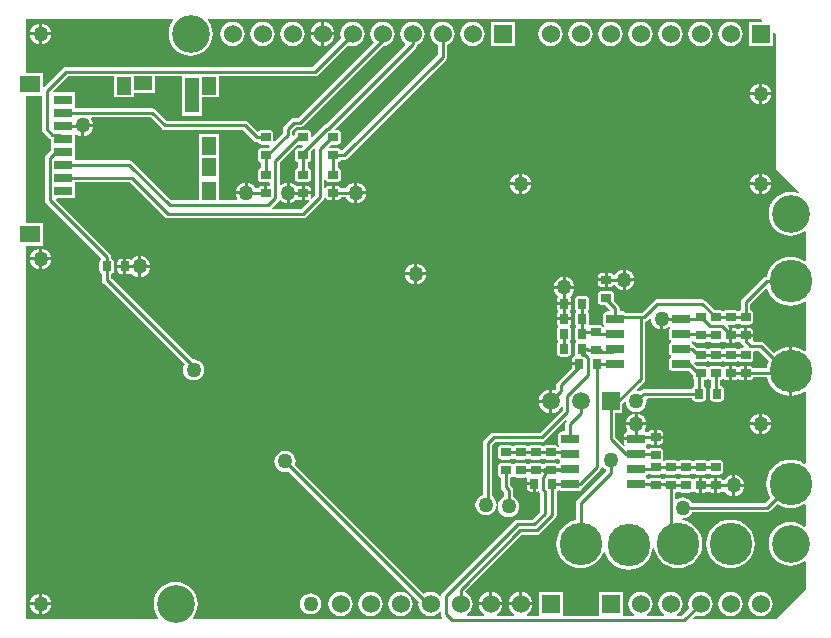
<source format=gtl>
%FSLAX44Y44*%
%MOMM*%
G71*
G01*
G75*
G04 Layer_Physical_Order=1*
G04 Layer_Color=255*
G04:AMPARAMS|DCode=10|XSize=0.7112mm|YSize=0.8128mm|CornerRadius=0.0711mm|HoleSize=0mm|Usage=FLASHONLY|Rotation=270.000|XOffset=0mm|YOffset=0mm|HoleType=Round|Shape=RoundedRectangle|*
%AMROUNDEDRECTD10*
21,1,0.7112,0.6706,0,0,270.0*
21,1,0.5690,0.8128,0,0,270.0*
1,1,0.1422,-0.3353,-0.2845*
1,1,0.1422,-0.3353,0.2845*
1,1,0.1422,0.3353,0.2845*
1,1,0.1422,0.3353,-0.2845*
%
%ADD10ROUNDEDRECTD10*%
G04:AMPARAMS|DCode=11|XSize=0.7112mm|YSize=0.8128mm|CornerRadius=0.0711mm|HoleSize=0mm|Usage=FLASHONLY|Rotation=180.000|XOffset=0mm|YOffset=0mm|HoleType=Round|Shape=RoundedRectangle|*
%AMROUNDEDRECTD11*
21,1,0.7112,0.6706,0,0,180.0*
21,1,0.5690,0.8128,0,0,180.0*
1,1,0.1422,-0.2845,0.3353*
1,1,0.1422,0.2845,0.3353*
1,1,0.1422,0.2845,-0.3353*
1,1,0.1422,-0.2845,-0.3353*
%
%ADD11ROUNDEDRECTD11*%
G04:AMPARAMS|DCode=12|XSize=0.75mm|YSize=1.5mm|CornerRadius=0.075mm|HoleSize=0mm|Usage=FLASHONLY|Rotation=90.000|XOffset=0mm|YOffset=0mm|HoleType=Round|Shape=RoundedRectangle|*
%AMROUNDEDRECTD12*
21,1,0.7500,1.3500,0,0,90.0*
21,1,0.6000,1.5000,0,0,90.0*
1,1,0.1500,0.6750,0.3000*
1,1,0.1500,0.6750,-0.3000*
1,1,0.1500,-0.6750,-0.3000*
1,1,0.1500,-0.6750,0.3000*
%
%ADD12ROUNDEDRECTD12*%
%ADD13R,1.2000X1.5000*%
%ADD14R,1.5000X1.2000*%
%ADD15R,1.5000X0.8000*%
%ADD16R,1.7000X1.4000*%
%ADD17R,1.2000X3.0000*%
%ADD18C,0.2540*%
%ADD19C,3.6000*%
%ADD20R,1.5000X1.5000*%
%ADD21C,1.5000*%
%ADD22C,1.5240*%
%ADD23R,1.5240X1.5240*%
%ADD24C,3.2000*%
%ADD25C,1.2700*%
G36*
X501660Y140980D02*
X503517Y139555D01*
X504115Y139307D01*
Y137499D01*
X479853Y113237D01*
X479011Y111977D01*
X478715Y110490D01*
Y96457D01*
X478573Y96443D01*
X474702Y95268D01*
X471133Y93361D01*
X468006Y90794D01*
X465439Y87667D01*
X463532Y84098D01*
X462357Y80226D01*
X461961Y76200D01*
X462357Y72174D01*
X463532Y68302D01*
X465439Y64733D01*
X468006Y61606D01*
X471133Y59039D01*
X474702Y57132D01*
X478573Y55957D01*
X482600Y55561D01*
X486627Y55957D01*
X490498Y57132D01*
X494067Y59039D01*
X497194Y61606D01*
X499761Y64733D01*
X501668Y68302D01*
X502062Y69599D01*
X503389D01*
X504168Y67032D01*
X506075Y63463D01*
X508642Y60336D01*
X511769Y57769D01*
X515337Y55862D01*
X519209Y54687D01*
X523236Y54291D01*
X527262Y54687D01*
X531134Y55862D01*
X534702Y57769D01*
X537830Y60336D01*
X540397Y63463D01*
X542304Y67032D01*
X543479Y70904D01*
X543617Y72312D01*
X544894D01*
X544907Y72174D01*
X546082Y68302D01*
X547989Y64733D01*
X550556Y61606D01*
X553683Y59039D01*
X557252Y57132D01*
X561124Y55957D01*
X565150Y55561D01*
X569176Y55957D01*
X573048Y57132D01*
X576617Y59039D01*
X579744Y61606D01*
X582311Y64733D01*
X584218Y68302D01*
X585393Y72174D01*
X585789Y76200D01*
X585393Y80226D01*
X584218Y84098D01*
X582311Y87667D01*
X579744Y90794D01*
X576617Y93361D01*
X573048Y95268D01*
X569176Y96443D01*
X568866Y96473D01*
X568960Y97713D01*
X571281Y98019D01*
X573443Y98915D01*
X575300Y100340D01*
X576725Y102197D01*
X576973Y102795D01*
X640080D01*
X641567Y103091D01*
X642827Y103933D01*
X648823Y109929D01*
X648933Y109839D01*
X652502Y107932D01*
X656374Y106757D01*
X660400Y106361D01*
X664426Y106757D01*
X668298Y107932D01*
X671867Y109839D01*
X671952Y109909D01*
X673100Y109366D01*
Y91247D01*
X671952Y90704D01*
X670750Y91690D01*
X667529Y93412D01*
X664035Y94472D01*
X660400Y94830D01*
X656766Y94472D01*
X653271Y93412D01*
X650050Y91690D01*
X647227Y89373D01*
X644910Y86550D01*
X643188Y83329D01*
X642128Y79834D01*
X641770Y76200D01*
X642128Y72565D01*
X643188Y69071D01*
X644910Y65850D01*
X647227Y63027D01*
X650050Y60710D01*
X653271Y58988D01*
X656766Y57928D01*
X660400Y57570D01*
X664035Y57928D01*
X667529Y58988D01*
X670750Y60710D01*
X671952Y61696D01*
X673100Y61153D01*
Y38100D01*
X647700Y12700D01*
X578653D01*
X578167Y13873D01*
X580308Y16015D01*
X581548Y15502D01*
X584200Y15152D01*
X586852Y15502D01*
X589324Y16525D01*
X591446Y18154D01*
X593075Y20276D01*
X594099Y22748D01*
X594448Y25400D01*
X594099Y28052D01*
X593075Y30524D01*
X591446Y32646D01*
X589324Y34275D01*
X586852Y35299D01*
X584200Y35648D01*
X581548Y35299D01*
X579076Y34275D01*
X576954Y32646D01*
X575325Y30524D01*
X574301Y28052D01*
X573952Y25400D01*
X574301Y22748D01*
X574815Y21509D01*
X568621Y15315D01*
X564642D01*
X563995Y16450D01*
X564001Y16585D01*
X566046Y18154D01*
X567675Y20276D01*
X568699Y22748D01*
X569048Y25400D01*
X568699Y28052D01*
X567675Y30524D01*
X566046Y32646D01*
X563924Y34275D01*
X561452Y35299D01*
X558800Y35648D01*
X556148Y35299D01*
X553676Y34275D01*
X551554Y32646D01*
X549925Y30524D01*
X548901Y28052D01*
X548552Y25400D01*
X548901Y22748D01*
X549925Y20276D01*
X551554Y18154D01*
X553599Y16585D01*
X553605Y16450D01*
X552958Y15315D01*
X539242D01*
X538595Y16450D01*
X538601Y16585D01*
X540646Y18154D01*
X542275Y20276D01*
X543298Y22748D01*
X543648Y25400D01*
X543298Y28052D01*
X542275Y30524D01*
X540646Y32646D01*
X538524Y34275D01*
X536052Y35299D01*
X533400Y35648D01*
X530748Y35299D01*
X528276Y34275D01*
X526154Y32646D01*
X524525Y30524D01*
X523502Y28052D01*
X523152Y25400D01*
X523502Y22748D01*
X524525Y20276D01*
X526154Y18154D01*
X528199Y16585D01*
X528205Y16450D01*
X527558Y15315D01*
X518160D01*
Y35560D01*
X497840D01*
Y15315D01*
X467360D01*
Y35560D01*
X447040D01*
Y15315D01*
X437642D01*
X436995Y16450D01*
X437001Y16585D01*
X439046Y18154D01*
X440675Y20276D01*
X441698Y22748D01*
X441880Y24130D01*
X421720D01*
X421902Y22748D01*
X422925Y20276D01*
X424554Y18154D01*
X426599Y16585D01*
X426605Y16450D01*
X425958Y15315D01*
X412242D01*
X411595Y16450D01*
X411601Y16585D01*
X413646Y18154D01*
X415275Y20276D01*
X416298Y22748D01*
X416480Y24130D01*
X396320D01*
X396502Y22748D01*
X397525Y20276D01*
X399154Y18154D01*
X401199Y16585D01*
X401205Y16450D01*
X400558Y15315D01*
X386842D01*
X386195Y16450D01*
X386201Y16585D01*
X388246Y18154D01*
X389875Y20276D01*
X390899Y22748D01*
X391248Y25400D01*
X390899Y28052D01*
X389875Y30524D01*
X388246Y32646D01*
X386124Y34275D01*
X385369Y34587D01*
X385189Y35961D01*
X432973Y83745D01*
X445334D01*
X446821Y84041D01*
X448081Y84883D01*
X461217Y98019D01*
X462059Y99279D01*
X462355Y100766D01*
Y120539D01*
X462583Y120585D01*
X463395Y121127D01*
X464588Y121628D01*
X465676Y120901D01*
X466960Y120646D01*
X480460D01*
X481744Y120901D01*
X482832Y121628D01*
X483559Y122716D01*
X483735Y123600D01*
X484712Y124253D01*
X499317Y138858D01*
X500159Y140118D01*
X500274Y140699D01*
X501632Y141015D01*
X501660Y140980D01*
D02*
G37*
G36*
X640839Y292175D02*
X641332Y290552D01*
X643239Y286983D01*
X645806Y283856D01*
X648933Y281289D01*
X652502Y279382D01*
X656374Y278207D01*
X660400Y277811D01*
X664426Y278207D01*
X668298Y279382D01*
X671867Y281289D01*
X671952Y281359D01*
X673100Y280816D01*
Y239884D01*
X671952Y239341D01*
X671867Y239411D01*
X668298Y241318D01*
X664426Y242493D01*
X661670Y242764D01*
Y222250D01*
Y201736D01*
X664426Y202007D01*
X668298Y203182D01*
X671867Y205089D01*
X671952Y205159D01*
X673100Y204616D01*
Y144634D01*
X671952Y144091D01*
X671867Y144161D01*
X668298Y146068D01*
X664426Y147243D01*
X660400Y147639D01*
X656374Y147243D01*
X652502Y146068D01*
X648933Y144161D01*
X645806Y141594D01*
X643239Y138467D01*
X641332Y134898D01*
X640157Y131026D01*
X639761Y127000D01*
X640157Y122973D01*
X641332Y119102D01*
X643239Y115533D01*
X643329Y115423D01*
X638471Y110565D01*
X576973D01*
X576725Y111163D01*
X575300Y113020D01*
X573443Y114445D01*
X571281Y115341D01*
X568960Y115647D01*
X566639Y115341D01*
X564477Y114445D01*
X563824Y113944D01*
X562685Y114506D01*
Y119676D01*
X563421Y119823D01*
X564344Y120439D01*
X564844Y120569D01*
X565456D01*
X565956Y120439D01*
X566879Y119823D01*
X568147Y119570D01*
X574853D01*
X576121Y119823D01*
X577044Y120439D01*
X577544Y120569D01*
X578156D01*
X578656Y120439D01*
X579579Y119823D01*
X580847Y119570D01*
X582930D01*
Y125730D01*
Y131890D01*
X580847D01*
X579579Y131637D01*
X578656Y131021D01*
X578156Y130892D01*
X577544D01*
X577044Y131021D01*
X576121Y131637D01*
X574853Y131890D01*
X568147D01*
X566879Y131637D01*
X565956Y131021D01*
X565456Y130892D01*
X564844D01*
X564344Y131021D01*
X563421Y131637D01*
X562153Y131890D01*
X555447D01*
X554179Y131637D01*
X553103Y130919D01*
X553080Y130885D01*
X551820D01*
X551797Y130919D01*
X550721Y131637D01*
X549453Y131890D01*
X542747D01*
X541479Y131637D01*
X540759Y131157D01*
X540247Y131206D01*
X539463Y131404D01*
X539304Y131486D01*
X538712Y132372D01*
X538391Y132586D01*
Y134114D01*
X538712Y134328D01*
X539304Y135214D01*
X539463Y135296D01*
X540247Y135494D01*
X540759Y135543D01*
X541479Y135063D01*
X542747Y134810D01*
X549453D01*
X550721Y135063D01*
X551644Y135679D01*
X552144Y135808D01*
X552756D01*
X553256Y135679D01*
X554179Y135063D01*
X555447Y134810D01*
X562153D01*
X563421Y135063D01*
X564344Y135679D01*
X564844Y135808D01*
X565456D01*
X565956Y135679D01*
X566879Y135063D01*
X568147Y134810D01*
X574853D01*
X576121Y135063D01*
X577044Y135679D01*
X577544Y135808D01*
X578156D01*
X578656Y135679D01*
X579579Y135063D01*
X580847Y134810D01*
X587553D01*
X588821Y135063D01*
X589744Y135679D01*
X590244Y135808D01*
X590856D01*
X591356Y135679D01*
X592279Y135063D01*
X593547Y134810D01*
X600253D01*
X601521Y135063D01*
X602597Y135781D01*
X603315Y136857D01*
X603568Y138125D01*
Y143815D01*
X603315Y145083D01*
X602597Y146159D01*
X601521Y146877D01*
X600253Y147130D01*
X593547D01*
X592279Y146877D01*
X591356Y146261D01*
X590856Y146131D01*
X590244D01*
X589744Y146261D01*
X588821Y146877D01*
X587553Y147130D01*
X580847D01*
X579579Y146877D01*
X578656Y146261D01*
X578156Y146131D01*
X577544D01*
X577044Y146261D01*
X576121Y146877D01*
X574853Y147130D01*
X568147D01*
X566879Y146877D01*
X565956Y146261D01*
X565456Y146131D01*
X564844D01*
X564344Y146261D01*
X563421Y146877D01*
X562153Y147130D01*
X555447D01*
X554179Y146877D01*
X553608Y146496D01*
X553410Y146590D01*
X552579Y147336D01*
X552768Y148285D01*
Y153975D01*
X552515Y155243D01*
X551797Y156319D01*
X550721Y157037D01*
X549453Y157290D01*
X542747D01*
X541479Y157037D01*
X540759Y156557D01*
X540247Y156606D01*
X539463Y156804D01*
X539304Y156886D01*
X538712Y157772D01*
X538391Y157986D01*
Y159514D01*
X538712Y159728D01*
X539279Y160577D01*
X539533Y160714D01*
X540247Y160894D01*
X540759Y160943D01*
X541479Y160463D01*
X542747Y160210D01*
X544830D01*
Y166370D01*
Y172530D01*
X542747D01*
X541479Y172277D01*
X540403Y171559D01*
X539934Y170856D01*
X539041Y170575D01*
X538425Y170663D01*
X537624Y171199D01*
X537370Y171250D01*
X536843Y172649D01*
X537355Y173317D01*
X538251Y175479D01*
X538390Y176530D01*
X520790D01*
X520929Y175479D01*
X521825Y173317D01*
X522337Y172649D01*
X521810Y171250D01*
X521556Y171199D01*
X520468Y170472D01*
X519741Y169384D01*
X519486Y168100D01*
Y166370D01*
X529590D01*
Y163830D01*
X519486D01*
Y162100D01*
X519741Y160816D01*
X520078Y160312D01*
X519091Y159502D01*
X511885Y166709D01*
Y186810D01*
X518040D01*
Y195046D01*
X519401Y196407D01*
X520742Y195952D01*
X520929Y194529D01*
X521825Y192367D01*
X523250Y190510D01*
X525107Y189085D01*
X527269Y188189D01*
X528966Y187966D01*
Y187880D01*
X530214D01*
Y187966D01*
X531911Y188189D01*
X534073Y189085D01*
X535930Y190510D01*
X537355Y192367D01*
X538251Y194529D01*
X538557Y196850D01*
X538399Y198045D01*
X539513Y199315D01*
X576876D01*
X577023Y198579D01*
X577741Y197503D01*
X578817Y196785D01*
X580085Y196532D01*
X585775D01*
X587043Y196785D01*
X588119Y197503D01*
X588837Y198579D01*
X589090Y199847D01*
Y206553D01*
X588837Y207821D01*
X588119Y208897D01*
X587043Y209615D01*
X586815Y209661D01*
Y214820D01*
X587553D01*
X588821Y215073D01*
X589744Y215689D01*
X590244Y215819D01*
X590856D01*
X591356Y215689D01*
X592279Y215073D01*
X593015Y214926D01*
Y208920D01*
X592981Y208897D01*
X592263Y207821D01*
X592010Y206553D01*
Y199847D01*
X592263Y198579D01*
X592981Y197503D01*
X594057Y196785D01*
X595325Y196532D01*
X601015D01*
X602283Y196785D01*
X603359Y197503D01*
X604077Y198579D01*
X604330Y199847D01*
Y206553D01*
X604077Y207821D01*
X603359Y208897D01*
X602283Y209615D01*
X601015Y209868D01*
X600785D01*
Y214926D01*
X601521Y215073D01*
X602444Y215689D01*
X602944Y215819D01*
X603556D01*
X604056Y215689D01*
X604979Y215073D01*
X606247Y214820D01*
X608330D01*
Y220980D01*
Y227140D01*
X606247D01*
X604979Y226887D01*
X604056Y226271D01*
X603556Y226141D01*
X602944D01*
X602444Y226271D01*
X601521Y226887D01*
X600253Y227140D01*
X593547D01*
X592279Y226887D01*
X591356Y226271D01*
X590856Y226141D01*
X590244D01*
X589744Y226271D01*
X588821Y226887D01*
X587553Y227140D01*
X580994D01*
X578878Y229256D01*
X579532Y230242D01*
X579627Y230303D01*
X580847Y230060D01*
X587553D01*
X588821Y230313D01*
X589744Y230929D01*
X590244Y231059D01*
X590856D01*
X591356Y230929D01*
X592279Y230313D01*
X593547Y230060D01*
X600253D01*
X601521Y230313D01*
X602444Y230929D01*
X602944Y231059D01*
X603556D01*
X604056Y230929D01*
X604979Y230313D01*
X606247Y230060D01*
X612953D01*
X614221Y230313D01*
X615144Y230929D01*
X615644Y231059D01*
X616256D01*
X616756Y230929D01*
X617679Y230313D01*
X618947Y230060D01*
X625653D01*
X626921Y230313D01*
X627997Y231031D01*
X628715Y232107D01*
X628968Y233375D01*
Y239065D01*
X629435Y239634D01*
X633713D01*
X641982Y231364D01*
X641332Y230148D01*
X640157Y226276D01*
X640018Y224865D01*
X628761D01*
X628715Y225093D01*
X627997Y226169D01*
X626921Y226887D01*
X625653Y227140D01*
X623570D01*
Y220980D01*
Y214820D01*
X625653D01*
X626921Y215073D01*
X627997Y215791D01*
X628715Y216867D01*
X628761Y217095D01*
X640499D01*
X641332Y214352D01*
X643239Y210783D01*
X645806Y207656D01*
X648933Y205089D01*
X652502Y203182D01*
X656374Y202007D01*
X659130Y201736D01*
Y222250D01*
Y242764D01*
X656374Y242493D01*
X652502Y241318D01*
X648933Y239411D01*
X646730Y237603D01*
X638068Y246265D01*
X636808Y247107D01*
X635322Y247403D01*
X629432D01*
X628722Y248606D01*
X628727Y248673D01*
X628968Y249885D01*
Y251460D01*
X622300D01*
Y252730D01*
X621030D01*
Y258890D01*
X618947D01*
X617679Y258637D01*
X616756Y258021D01*
X616256Y257892D01*
X615644D01*
X615144Y258021D01*
X614221Y258637D01*
X612953Y258890D01*
X610870D01*
Y252730D01*
Y246570D01*
X612953D01*
X614221Y246823D01*
X615144Y247439D01*
X615644Y247568D01*
X616256D01*
X616756Y247439D01*
X617679Y246823D01*
X618617Y246636D01*
X618711Y246163D01*
X619553Y244903D01*
X620903Y243553D01*
X620417Y242380D01*
X618947D01*
X617679Y242127D01*
X616756Y241511D01*
X616256Y241381D01*
X615644D01*
X615144Y241511D01*
X614221Y242127D01*
X612953Y242380D01*
X606247D01*
X604979Y242127D01*
X604056Y241511D01*
X603556Y241381D01*
X602944D01*
X602444Y241511D01*
X601521Y242127D01*
X600253Y242380D01*
X593547D01*
X592279Y242127D01*
X591356Y241511D01*
X590856Y241381D01*
X590244D01*
X589744Y241511D01*
X588821Y242127D01*
X587553Y242380D01*
X580994D01*
X579327Y244047D01*
X578067Y244889D01*
X577661Y244970D01*
X577539Y245584D01*
X576987Y246410D01*
X577072Y247574D01*
X577179Y247946D01*
X577761Y248307D01*
X578058Y248207D01*
X578503Y247541D01*
X579579Y246823D01*
X580847Y246570D01*
X587553D01*
X588821Y246823D01*
X589744Y247439D01*
X590244Y247568D01*
X590856D01*
X591356Y247439D01*
X592279Y246823D01*
X593547Y246570D01*
X600253D01*
X601521Y246823D01*
X602444Y247439D01*
X602944Y247568D01*
X603556D01*
X604056Y247439D01*
X604979Y246823D01*
X606247Y246570D01*
X608330D01*
Y252730D01*
Y259494D01*
X607283Y260540D01*
X607809Y261810D01*
X612953D01*
X614221Y262063D01*
X615144Y262679D01*
X615644Y262808D01*
X616256D01*
X616756Y262679D01*
X617679Y262063D01*
X618947Y261810D01*
X625653D01*
X626921Y262063D01*
X627997Y262781D01*
X628715Y263857D01*
X628968Y265125D01*
Y270815D01*
X628715Y272083D01*
X627997Y273159D01*
X626921Y273877D01*
X626185Y274024D01*
Y279061D01*
X639607Y292484D01*
X640839Y292175D01*
D02*
G37*
G36*
X244297Y414210D02*
X247146D01*
X247632Y413037D01*
X245884Y411290D01*
X244297D01*
X243029Y411037D01*
X241953Y410319D01*
X241235Y409243D01*
X240982Y407975D01*
Y402285D01*
X241235Y401017D01*
X241953Y399941D01*
X243029Y399223D01*
X243765Y399076D01*
Y394674D01*
X243029Y394527D01*
X241953Y393809D01*
X241235Y392733D01*
X240982Y391465D01*
Y385775D01*
X241235Y384507D01*
X241953Y383431D01*
X243029Y382713D01*
X244297Y382460D01*
X251003D01*
X252271Y382713D01*
X253347Y383431D01*
X254065Y384507D01*
X254318Y385775D01*
Y391465D01*
X254065Y392733D01*
X253347Y393809D01*
X252271Y394527D01*
X251535Y394674D01*
Y399076D01*
X252271Y399223D01*
X253347Y399941D01*
X254065Y401017D01*
X254318Y402285D01*
Y407975D01*
X254191Y408609D01*
X256601Y411019D01*
X257772Y410394D01*
X257735Y410210D01*
Y371179D01*
X255122Y368566D01*
X254136Y369220D01*
X254075Y369315D01*
X254318Y370535D01*
Y372110D01*
X248920D01*
Y367220D01*
X251003D01*
X252223Y367463D01*
X252318Y367402D01*
X252972Y366416D01*
X246041Y359485D01*
X221829D01*
X221708Y359644D01*
X221360Y360755D01*
X226648Y366043D01*
X227172Y366827D01*
X228519Y367026D01*
X228686Y366981D01*
X230467Y365615D01*
X232629Y364719D01*
X233680Y364580D01*
Y373380D01*
Y382179D01*
X232629Y382041D01*
X230467Y381145D01*
X229056Y380063D01*
X227786Y380641D01*
Y398823D01*
X243360Y414397D01*
X244297Y414210D01*
D02*
G37*
G36*
X128063Y427783D02*
X129323Y426941D01*
X129570Y426892D01*
X130810Y426645D01*
X196511D01*
X205533Y417623D01*
X206793Y416781D01*
X207040Y416732D01*
X208280Y416485D01*
X209439D01*
X209485Y416257D01*
X210203Y415181D01*
X211279Y414463D01*
X212547Y414210D01*
X218960D01*
X219400Y413508D01*
X219514Y412967D01*
X217836Y411290D01*
X212547D01*
X211279Y411037D01*
X210203Y410319D01*
X209485Y409243D01*
X209232Y407975D01*
Y402285D01*
X209485Y401017D01*
X210203Y399941D01*
X211279Y399223D01*
X212015Y399076D01*
Y394674D01*
X211279Y394527D01*
X210203Y393809D01*
X209485Y392733D01*
X209232Y391465D01*
Y385775D01*
X209485Y384507D01*
X210203Y383431D01*
X211279Y382713D01*
X212547Y382460D01*
X219253D01*
X220017Y381833D01*
Y380167D01*
X219253Y379540D01*
X217170D01*
Y373380D01*
X214630D01*
Y379540D01*
X212547D01*
X211279Y379287D01*
X210203Y378569D01*
X209485Y377493D01*
X209439Y377265D01*
X207403D01*
X207155Y377863D01*
X205730Y379720D01*
X203873Y381145D01*
X201711Y382041D01*
X200660Y382179D01*
Y373380D01*
X199390D01*
Y372110D01*
X190590D01*
X190729Y371059D01*
X191625Y368897D01*
X192126Y368244D01*
X191564Y367105D01*
X176890D01*
Y385160D01*
Y403160D01*
Y423240D01*
X159810D01*
Y403160D01*
Y385160D01*
Y367105D01*
X136229D01*
X103387Y399947D01*
X102127Y400789D01*
X100640Y401085D01*
X54390D01*
Y401660D01*
Y412660D01*
Y422765D01*
X55660Y423391D01*
X56477Y422765D01*
X58639Y421869D01*
X59690Y421730D01*
Y430530D01*
X60960D01*
Y431800D01*
X69759D01*
X69621Y432851D01*
X68725Y435013D01*
X67934Y436045D01*
X68560Y437315D01*
X118531D01*
X128063Y427783D01*
D02*
G37*
G36*
X636367Y519333D02*
X635881Y518160D01*
X624840D01*
Y497840D01*
X645160D01*
Y508881D01*
X646333Y509367D01*
X647700Y508000D01*
Y393700D01*
X667144Y374255D01*
X666471Y373133D01*
X664035Y373872D01*
X660400Y374230D01*
X656766Y373872D01*
X653271Y372812D01*
X650050Y371090D01*
X647227Y368773D01*
X644910Y365950D01*
X643188Y362729D01*
X642128Y359235D01*
X641770Y355600D01*
X642128Y351965D01*
X643188Y348471D01*
X644910Y345250D01*
X647227Y342427D01*
X650050Y340110D01*
X653271Y338388D01*
X656766Y337328D01*
X660400Y336970D01*
X664035Y337328D01*
X667529Y338388D01*
X670750Y340110D01*
X671952Y341096D01*
X673100Y340553D01*
Y316084D01*
X671952Y315541D01*
X671867Y315611D01*
X668298Y317518D01*
X664426Y318693D01*
X660400Y319089D01*
X656374Y318693D01*
X652502Y317518D01*
X648933Y315611D01*
X645806Y313044D01*
X643239Y309917D01*
X641332Y306348D01*
X640157Y302477D01*
X640143Y302335D01*
X640080D01*
X638840Y302088D01*
X638593Y302039D01*
X637333Y301197D01*
X619553Y283417D01*
X618711Y282157D01*
X618415Y280670D01*
Y274024D01*
X617679Y273877D01*
X616756Y273261D01*
X616256Y273132D01*
X615644D01*
X615144Y273261D01*
X614221Y273877D01*
X612953Y274130D01*
X606247D01*
X604979Y273877D01*
X604056Y273261D01*
X603556Y273132D01*
X602944D01*
X602444Y273261D01*
X601521Y273877D01*
X600253Y274130D01*
X596234D01*
X588217Y282147D01*
X586957Y282989D01*
X585470Y283285D01*
X547370D01*
X545883Y282989D01*
X544623Y282147D01*
X534331Y271855D01*
X521077D01*
X520932Y272072D01*
X519844Y272799D01*
X518560Y273055D01*
X515695D01*
Y275590D01*
X515399Y277077D01*
X514557Y278337D01*
X510858Y282036D01*
Y287325D01*
X510605Y288593D01*
X509887Y289669D01*
X508811Y290387D01*
X507543Y290640D01*
X500837D01*
X499569Y290387D01*
X498493Y289669D01*
X497775Y288593D01*
X497522Y287325D01*
Y281635D01*
X497775Y280367D01*
X498493Y279291D01*
X499569Y278573D01*
X500837Y278320D01*
X503586D01*
X507582Y274324D01*
X507096Y273055D01*
X505060D01*
X503776Y272799D01*
X502688Y272072D01*
X501961Y270984D01*
X501706Y269700D01*
Y263700D01*
X501961Y262416D01*
X502513Y261590D01*
X502428Y260426D01*
X502321Y260054D01*
X501739Y259692D01*
X501442Y259793D01*
X500997Y260459D01*
X499921Y261177D01*
X498653Y261430D01*
X491947D01*
X490706Y261183D01*
X490596Y261260D01*
X489860Y261996D01*
X489783Y262106D01*
X490030Y263347D01*
Y270053D01*
X489777Y271321D01*
X489161Y272244D01*
X489031Y272744D01*
Y273356D01*
X489161Y273856D01*
X489777Y274779D01*
X490030Y276047D01*
Y282753D01*
X489777Y284021D01*
X489059Y285097D01*
X487983Y285815D01*
X486715Y286068D01*
X481025D01*
X479757Y285815D01*
X478681Y285097D01*
X477963Y284021D01*
X477710Y282753D01*
Y276047D01*
X477963Y274779D01*
X478579Y273856D01*
X478708Y273356D01*
Y272744D01*
X478579Y272244D01*
X477963Y271321D01*
X477710Y270053D01*
Y263347D01*
X477963Y262079D01*
X478579Y261156D01*
X478708Y260656D01*
Y260044D01*
X478579Y259544D01*
X477963Y258621D01*
X477710Y257353D01*
Y250647D01*
X477963Y249379D01*
X478579Y248456D01*
X478708Y247956D01*
Y247344D01*
X478579Y246844D01*
X477963Y245921D01*
X477710Y244653D01*
Y237947D01*
X477963Y236679D01*
X478092Y236485D01*
X477508Y235073D01*
X477217Y235015D01*
X476141Y234297D01*
X475423Y233221D01*
X475170Y231953D01*
Y229870D01*
X481330D01*
Y227330D01*
X475170D01*
Y225394D01*
X463343Y213567D01*
X462501Y212307D01*
X462205Y210820D01*
Y207349D01*
X461000Y206143D01*
X459821Y206632D01*
X458470Y206809D01*
Y196850D01*
Y186891D01*
X459821Y187068D01*
X462263Y188080D01*
X464361Y189689D01*
X465970Y191787D01*
X466135Y192186D01*
X467405Y191933D01*
Y189689D01*
X447971Y170255D01*
X408940D01*
X407453Y169959D01*
X406193Y169117D01*
X401113Y164037D01*
X400271Y162777D01*
X399975Y161290D01*
Y117759D01*
X398107Y116985D01*
X396250Y115560D01*
X394825Y113703D01*
X393929Y111541D01*
X393623Y109220D01*
X393929Y106899D01*
X394825Y104737D01*
X396250Y102880D01*
X398107Y101455D01*
X400269Y100559D01*
X402590Y100253D01*
X404911Y100559D01*
X407073Y101455D01*
X408930Y102880D01*
X410355Y104737D01*
X411251Y106899D01*
X411557Y109220D01*
X411251Y111541D01*
X410355Y113703D01*
X408930Y115560D01*
X407745Y116470D01*
Y159681D01*
X410549Y162485D01*
X449580D01*
X451067Y162781D01*
X452327Y163623D01*
X469809Y181105D01*
X470795Y180295D01*
X470121Y179287D01*
X469825Y177800D01*
Y171455D01*
X466960D01*
X465676Y171199D01*
X464588Y170472D01*
X463861Y169384D01*
X463605Y168100D01*
Y162100D01*
X463861Y160816D01*
X464426Y159971D01*
X464343Y158812D01*
X464246Y158449D01*
X463639Y158071D01*
X463366Y158156D01*
X462897Y158859D01*
X461821Y159577D01*
X460553Y159830D01*
X453847D01*
X452579Y159577D01*
X451656Y158961D01*
X451156Y158832D01*
X450544D01*
X450044Y158961D01*
X449121Y159577D01*
X447853Y159830D01*
X441147D01*
X439879Y159577D01*
X438956Y158961D01*
X438456Y158832D01*
X437844D01*
X437344Y158961D01*
X436421Y159577D01*
X435153Y159830D01*
X428447D01*
X427179Y159577D01*
X426256Y158961D01*
X425756Y158832D01*
X425144D01*
X424644Y158961D01*
X423721Y159577D01*
X422453Y159830D01*
X415747D01*
X414479Y159577D01*
X413403Y158859D01*
X412685Y157783D01*
X412432Y156515D01*
Y150825D01*
X412685Y149557D01*
X413403Y148481D01*
X414479Y147763D01*
X415747Y147510D01*
X422453D01*
X423721Y147763D01*
X424644Y148379D01*
X425144Y148509D01*
X425756D01*
X426256Y148379D01*
X427179Y147763D01*
X428447Y147510D01*
X435153D01*
X436421Y147763D01*
X437344Y148379D01*
X437844Y148509D01*
X438456D01*
X438956Y148379D01*
X439879Y147763D01*
X441147Y147510D01*
X447853D01*
X449121Y147763D01*
X450044Y148379D01*
X450544Y148509D01*
X451156D01*
X451656Y148379D01*
X452579Y147763D01*
X453847Y147510D01*
X460553D01*
X461821Y147763D01*
X462541Y148243D01*
X463053Y148194D01*
X463767Y148014D01*
X464021Y147877D01*
X464588Y147028D01*
X464909Y146814D01*
Y145286D01*
X464588Y145072D01*
X463996Y144186D01*
X463837Y144104D01*
X463053Y143906D01*
X462541Y143857D01*
X461821Y144337D01*
X460553Y144590D01*
X453847D01*
X452579Y144337D01*
X451503Y143619D01*
X450216Y143590D01*
X450197Y143619D01*
X449121Y144337D01*
X447853Y144590D01*
X441147D01*
X439879Y144337D01*
X438956Y143721D01*
X438456Y143591D01*
X437844D01*
X437344Y143721D01*
X436421Y144337D01*
X435153Y144590D01*
X428447D01*
X427179Y144337D01*
X426256Y143721D01*
X425756Y143591D01*
X425144D01*
X424644Y143721D01*
X423721Y144337D01*
X422453Y144590D01*
X415747D01*
X414479Y144337D01*
X413403Y143619D01*
X412685Y142543D01*
X412432Y141275D01*
Y135585D01*
X412685Y134317D01*
X413403Y133241D01*
X414479Y132523D01*
X415215Y132376D01*
Y124460D01*
X415511Y122973D01*
X416353Y121713D01*
X417755Y120311D01*
Y115963D01*
X417157Y115715D01*
X415300Y114290D01*
X413875Y112433D01*
X412979Y110271D01*
X412673Y107950D01*
X412979Y105629D01*
X413875Y103467D01*
X415300Y101610D01*
X417157Y100185D01*
X419319Y99289D01*
X421640Y98983D01*
X423961Y99289D01*
X426123Y100185D01*
X427980Y101610D01*
X429405Y103467D01*
X430301Y105629D01*
X430607Y107950D01*
X430301Y110271D01*
X429405Y112433D01*
X427980Y114290D01*
X426123Y115715D01*
X425525Y115963D01*
Y121920D01*
X425229Y123407D01*
X424387Y124667D01*
X422985Y126069D01*
Y132376D01*
X423721Y132523D01*
X424644Y133139D01*
X425144Y133268D01*
X425756D01*
X426256Y133139D01*
X427179Y132523D01*
X428447Y132270D01*
X435153D01*
X436394Y132517D01*
X436504Y132440D01*
X437240Y131704D01*
X437317Y131594D01*
X437070Y130353D01*
Y128270D01*
X443230D01*
Y127000D01*
X444500D01*
Y120332D01*
X446075D01*
X447343Y120585D01*
X447506Y120331D01*
X447515Y120288D01*
X448235Y119210D01*
Y103209D01*
X441621Y96595D01*
X429260D01*
X427773Y96299D01*
X426513Y95457D01*
X365553Y34497D01*
X364711Y33237D01*
X364563Y32494D01*
X363206Y32178D01*
X362846Y32646D01*
X360724Y34275D01*
X358252Y35299D01*
X355600Y35648D01*
X352948Y35299D01*
X350476Y34275D01*
X350025Y33929D01*
X240823Y143131D01*
X241071Y143729D01*
X241377Y146050D01*
X241071Y148371D01*
X240175Y150533D01*
X238750Y152390D01*
X236893Y153815D01*
X234731Y154711D01*
X232410Y155017D01*
X230089Y154711D01*
X227927Y153815D01*
X226070Y152390D01*
X224645Y150533D01*
X223749Y148371D01*
X223443Y146050D01*
X223749Y143729D01*
X224645Y141567D01*
X226070Y139710D01*
X227927Y138285D01*
X230089Y137389D01*
X232410Y137083D01*
X234731Y137389D01*
X235329Y137637D01*
X345610Y27356D01*
X345352Y25400D01*
X345701Y22748D01*
X346725Y20276D01*
X348354Y18154D01*
X350476Y16525D01*
X352948Y15502D01*
X355600Y15152D01*
X358252Y15502D01*
X360724Y16525D01*
X362846Y18154D01*
X363213Y18632D01*
X364415Y18223D01*
Y16510D01*
X364711Y15023D01*
X365415Y13970D01*
X365032Y12700D01*
X154747D01*
X154204Y13848D01*
X155190Y15050D01*
X156912Y18271D01*
X157972Y21765D01*
X158330Y25400D01*
X157972Y29035D01*
X156912Y32529D01*
X155190Y35750D01*
X152873Y38573D01*
X150050Y40890D01*
X146829Y42612D01*
X143335Y43672D01*
X139700Y44030D01*
X136066Y43672D01*
X132571Y42612D01*
X129350Y40890D01*
X126527Y38573D01*
X124210Y35750D01*
X122488Y32529D01*
X121428Y29035D01*
X121070Y25400D01*
X121428Y21765D01*
X122488Y18271D01*
X124210Y15050D01*
X125196Y13848D01*
X124653Y12700D01*
X12700D01*
Y328660D01*
X27390D01*
Y347740D01*
X12700D01*
Y455660D01*
X26595D01*
Y427182D01*
X26891Y425695D01*
X27733Y424435D01*
X32525Y419643D01*
X33785Y418801D01*
X34032Y418752D01*
X34310Y418697D01*
Y412660D01*
Y409542D01*
X30293Y405525D01*
X29451Y404265D01*
X29155Y402778D01*
Y367390D01*
X29451Y365903D01*
X30293Y364643D01*
X76374Y318563D01*
X76212Y316928D01*
X76091Y316847D01*
X75373Y315771D01*
X75120Y314503D01*
Y307797D01*
X75373Y306529D01*
X76091Y305453D01*
X77167Y304735D01*
X77395Y304689D01*
Y299720D01*
X77691Y298233D01*
X78533Y296973D01*
X147317Y228189D01*
X147175Y228003D01*
X146279Y225841D01*
X145973Y223520D01*
X146279Y221199D01*
X147175Y219037D01*
X148600Y217180D01*
X150457Y215755D01*
X152619Y214859D01*
X154940Y214553D01*
X157261Y214859D01*
X159423Y215755D01*
X161280Y217180D01*
X162705Y219037D01*
X163601Y221199D01*
X163907Y223520D01*
X163601Y225841D01*
X162705Y228003D01*
X161280Y229860D01*
X159423Y231285D01*
X157261Y232181D01*
X154940Y232487D01*
X154115Y232378D01*
X85165Y301329D01*
Y304689D01*
X85393Y304735D01*
X86469Y305453D01*
X87187Y306529D01*
X87440Y307797D01*
Y314503D01*
X87187Y315771D01*
X86469Y316847D01*
X85393Y317565D01*
X85165Y317611D01*
Y319150D01*
X84869Y320637D01*
X84027Y321897D01*
X38437Y367487D01*
X38923Y368660D01*
X54390D01*
Y379660D01*
Y382315D01*
X101141D01*
X130603Y352853D01*
X131863Y352011D01*
X132110Y351962D01*
X133350Y351715D01*
X247650D01*
X249137Y352011D01*
X250397Y352853D01*
X264367Y366823D01*
X265209Y368083D01*
X265258Y368330D01*
X265394Y369012D01*
X266239Y369185D01*
X266715Y369146D01*
X267353Y368191D01*
X268429Y367473D01*
X269697Y367220D01*
X271780D01*
Y373380D01*
Y379540D01*
X269697D01*
X268429Y379287D01*
X267353Y378569D01*
X266775Y377703D01*
X265822Y377796D01*
X265505Y377914D01*
Y384086D01*
X265822Y384204D01*
X266775Y384297D01*
X267353Y383431D01*
X268429Y382713D01*
X269697Y382460D01*
X276403D01*
X277671Y382713D01*
X278747Y383431D01*
X279465Y384507D01*
X279718Y385775D01*
Y391465D01*
X279465Y392733D01*
X278747Y393809D01*
X277671Y394527D01*
X276935Y394674D01*
Y399076D01*
X277671Y399223D01*
X278747Y399941D01*
X279465Y401017D01*
X279511Y401245D01*
X282049D01*
X283536Y401541D01*
X284796Y402383D01*
X368507Y486094D01*
X369349Y487354D01*
X369645Y488841D01*
Y498612D01*
X370884Y499125D01*
X373006Y500754D01*
X374635Y502876D01*
X375658Y505348D01*
X376008Y508000D01*
X375658Y510652D01*
X374635Y513124D01*
X373006Y515246D01*
X370884Y516875D01*
X368412Y517898D01*
X365760Y518248D01*
X363108Y517898D01*
X360636Y516875D01*
X358514Y515246D01*
X356885Y513124D01*
X355862Y510652D01*
X355512Y508000D01*
X355862Y505348D01*
X356885Y502876D01*
X358514Y500754D01*
X360636Y499125D01*
X361875Y498612D01*
Y490450D01*
X280745Y409319D01*
X280284Y409292D01*
X279342Y409428D01*
X278747Y410319D01*
X277671Y411037D01*
X276403Y411290D01*
X269989D01*
X269550Y411992D01*
X269436Y412533D01*
X271114Y414210D01*
X276403D01*
X277671Y414463D01*
X278747Y415181D01*
X279465Y416257D01*
X279718Y417525D01*
Y423215D01*
X279465Y424483D01*
X278747Y425559D01*
X277671Y426277D01*
X276403Y426530D01*
X274933D01*
X274447Y427703D01*
X343107Y496363D01*
X343949Y497623D01*
X344137Y498567D01*
X345484Y499125D01*
X347606Y500754D01*
X349235Y502876D01*
X350258Y505348D01*
X350608Y508000D01*
X350258Y510652D01*
X349235Y513124D01*
X347606Y515246D01*
X345484Y516875D01*
X343012Y517898D01*
X340360Y518248D01*
X337708Y517898D01*
X335236Y516875D01*
X333114Y515246D01*
X331485Y513124D01*
X330462Y510652D01*
X330112Y508000D01*
X330462Y505348D01*
X331485Y502876D01*
X333114Y500754D01*
X334271Y499865D01*
X334355Y498598D01*
X267266Y431510D01*
X266584Y431374D01*
X266338Y431325D01*
X265078Y430483D01*
X255491Y420896D01*
X254318Y421382D01*
Y423215D01*
X254065Y424483D01*
X253347Y425559D01*
X252271Y426277D01*
X251003Y426530D01*
X244297D01*
X243029Y426277D01*
X241953Y425559D01*
X241235Y424483D01*
X240982Y423215D01*
Y423006D01*
X239688Y421711D01*
X238517Y422337D01*
X238581Y422656D01*
Y425583D01*
X241929Y428931D01*
X244856D01*
X246343Y429227D01*
X247603Y430069D01*
X315336Y497802D01*
X317612Y498102D01*
X320084Y499125D01*
X322206Y500754D01*
X323835Y502876D01*
X324859Y505348D01*
X325208Y508000D01*
X324859Y510652D01*
X323835Y513124D01*
X322206Y515246D01*
X320084Y516875D01*
X317612Y517898D01*
X314960Y518248D01*
X312308Y517898D01*
X309836Y516875D01*
X307714Y515246D01*
X306085Y513124D01*
X305061Y510652D01*
X304712Y508000D01*
X305061Y505348D01*
X306085Y502876D01*
X307534Y500988D01*
X243247Y436701D01*
X240320D01*
X239080Y436454D01*
X238834Y436405D01*
X237573Y435563D01*
X231949Y429939D01*
X231107Y428678D01*
X230811Y427192D01*
Y424265D01*
X223811Y417264D01*
X223270Y417378D01*
X222568Y417817D01*
Y423215D01*
X222315Y424483D01*
X221597Y425559D01*
X220521Y426277D01*
X219253Y426530D01*
X212547D01*
X211279Y426277D01*
X210203Y425559D01*
X210111Y425421D01*
X208847Y425297D01*
X200867Y433277D01*
X199607Y434119D01*
X198120Y434415D01*
X132419D01*
X122887Y443947D01*
X121627Y444789D01*
X120140Y445085D01*
X54390D01*
Y445660D01*
Y458740D01*
X36633D01*
X36147Y459913D01*
X48359Y472125D01*
X87810D01*
Y454160D01*
X104890D01*
Y457660D01*
X122390D01*
Y472125D01*
X144810D01*
Y438660D01*
X161890D01*
Y454160D01*
X176890D01*
Y472125D01*
X257570D01*
X259057Y472421D01*
X260317Y473263D01*
X285669Y498615D01*
X286908Y498102D01*
X289560Y497752D01*
X292212Y498102D01*
X294684Y499125D01*
X296806Y500754D01*
X298435Y502876D01*
X299459Y505348D01*
X299808Y508000D01*
X299459Y510652D01*
X298435Y513124D01*
X296806Y515246D01*
X294684Y516875D01*
X292212Y517898D01*
X289560Y518248D01*
X286908Y517898D01*
X284436Y516875D01*
X282314Y515246D01*
X280685Y513124D01*
X279662Y510652D01*
X279312Y508000D01*
X279662Y505348D01*
X280175Y504109D01*
X255961Y479895D01*
X46750D01*
X45263Y479599D01*
X44003Y478757D01*
X28660Y463414D01*
X27390Y463940D01*
Y474740D01*
X12700D01*
Y520700D01*
X137353D01*
X137896Y519552D01*
X136910Y518350D01*
X135188Y515129D01*
X134128Y511634D01*
X133770Y508000D01*
X134128Y504366D01*
X135188Y500871D01*
X136910Y497650D01*
X139227Y494827D01*
X142050Y492510D01*
X145271Y490788D01*
X148765Y489728D01*
X152400Y489370D01*
X156034Y489728D01*
X159529Y490788D01*
X162750Y492510D01*
X165573Y494827D01*
X167890Y497650D01*
X169612Y500871D01*
X170672Y504366D01*
X171030Y508000D01*
X170672Y511634D01*
X169612Y515129D01*
X167890Y518350D01*
X166904Y519552D01*
X167447Y520700D01*
X635000D01*
X636367Y519333D01*
D02*
G37*
G36*
X542252Y266992D02*
X542213Y266700D01*
X542519Y264379D01*
X543415Y262217D01*
X544840Y260360D01*
X546697Y258935D01*
X548859Y258039D01*
X549910Y257901D01*
Y266700D01*
X552450D01*
Y257901D01*
X553501Y258039D01*
X555663Y258935D01*
X557520Y260360D01*
X557619Y260488D01*
X557850Y260409D01*
X557992Y260204D01*
X558270Y258926D01*
X557841Y258284D01*
X557585Y257000D01*
Y251000D01*
X557841Y249716D01*
X558568Y248628D01*
X558889Y248414D01*
Y246886D01*
X558568Y246672D01*
X557841Y245584D01*
X557585Y244300D01*
Y238300D01*
X557841Y237016D01*
X558568Y235928D01*
X558889Y235714D01*
Y234186D01*
X558568Y233972D01*
X557841Y232884D01*
X557585Y231600D01*
Y225600D01*
X557841Y224316D01*
X558568Y223228D01*
X559656Y222501D01*
X560940Y222246D01*
X574440D01*
X574824Y222322D01*
X577532Y219614D01*
Y218135D01*
X577785Y216867D01*
X578503Y215791D01*
X579045Y215429D01*
Y209661D01*
X578817Y209615D01*
X577741Y208897D01*
X577023Y207821D01*
X576876Y207085D01*
X535940D01*
X534700Y206838D01*
X534453Y206789D01*
X533193Y205947D01*
X532509Y205263D01*
X531911Y205511D01*
X530488Y205698D01*
X530033Y207039D01*
X536147Y213153D01*
X536989Y214413D01*
X537285Y215900D01*
Y264353D01*
X537427Y264381D01*
X538687Y265223D01*
X541049Y267585D01*
X542252Y266992D01*
D02*
G37*
%LPC*%
G36*
X118020Y309880D02*
X110490D01*
Y302351D01*
X111541Y302489D01*
X113703Y303385D01*
X115560Y304810D01*
X116985Y306667D01*
X117881Y308829D01*
X118020Y309880D01*
D02*
G37*
G36*
X455930Y195580D02*
X447241D01*
X447418Y194229D01*
X448430Y191787D01*
X450039Y189689D01*
X452137Y188080D01*
X454579Y187068D01*
X455930Y186891D01*
Y195580D01*
D02*
G37*
G36*
Y206809D02*
X454579Y206632D01*
X452137Y205620D01*
X450039Y204011D01*
X448430Y201913D01*
X447418Y199471D01*
X447241Y198120D01*
X455930D01*
Y206809D01*
D02*
G37*
G36*
X502920Y305880D02*
X500837D01*
X499569Y305627D01*
X498493Y304909D01*
X497775Y303833D01*
X497522Y302565D01*
Y300990D01*
X502920D01*
Y305880D01*
D02*
G37*
G36*
X520700Y308519D02*
Y300990D01*
X528229D01*
X528091Y302041D01*
X527195Y304203D01*
X525770Y306060D01*
X523913Y307485D01*
X521751Y308381D01*
X520700Y308519D01*
D02*
G37*
G36*
X528320Y186600D02*
X527269Y186461D01*
X525107Y185565D01*
X523250Y184140D01*
X521825Y182283D01*
X520929Y180121D01*
X520790Y179070D01*
X528320D01*
Y186600D01*
D02*
G37*
G36*
X518160Y308519D02*
X517109Y308381D01*
X514947Y307485D01*
X513090Y306060D01*
X511721Y304276D01*
X511697Y304267D01*
X511323Y304219D01*
X510316Y304266D01*
X509887Y304909D01*
X508811Y305627D01*
X507543Y305880D01*
X505460D01*
Y299720D01*
Y293560D01*
X507543D01*
X508811Y293813D01*
X509887Y294531D01*
X510316Y295174D01*
X511323Y295221D01*
X511697Y295173D01*
X511721Y295164D01*
X513090Y293380D01*
X514947Y291955D01*
X517109Y291059D01*
X518160Y290921D01*
Y299720D01*
Y308519D01*
D02*
G37*
G36*
X530860Y186600D02*
Y179070D01*
X538390D01*
X538251Y180121D01*
X537355Y182283D01*
X535930Y184140D01*
X534073Y185565D01*
X531911Y186461D01*
X530860Y186600D01*
D02*
G37*
G36*
X636270D02*
Y179070D01*
X643800D01*
X643661Y180121D01*
X642765Y182283D01*
X641340Y184140D01*
X639483Y185565D01*
X637321Y186461D01*
X636270Y186600D01*
D02*
G37*
G36*
X633730D02*
X632679Y186461D01*
X630517Y185565D01*
X628660Y184140D01*
X627235Y182283D01*
X626339Y180121D01*
X626200Y179070D01*
X633730D01*
Y186600D01*
D02*
G37*
G36*
X621030Y227140D02*
X618947D01*
X617679Y226887D01*
X616756Y226271D01*
X616256Y226141D01*
X615644D01*
X615144Y226271D01*
X614221Y226887D01*
X612953Y227140D01*
X610870D01*
Y220980D01*
Y214820D01*
X612953D01*
X614221Y215073D01*
X615144Y215689D01*
X615644Y215819D01*
X616256D01*
X616756Y215689D01*
X617679Y215073D01*
X618947Y214820D01*
X621030D01*
Y220980D01*
Y227140D01*
D02*
G37*
G36*
X528229Y298450D02*
X520700D01*
Y290921D01*
X521751Y291059D01*
X523913Y291955D01*
X525770Y293380D01*
X527195Y295237D01*
X528091Y297399D01*
X528229Y298450D01*
D02*
G37*
G36*
X477430Y292100D02*
X459831D01*
X459969Y291049D01*
X460865Y288887D01*
X462290Y287030D01*
X463108Y286402D01*
X463441Y285097D01*
X463262Y284829D01*
X462723Y284021D01*
X462470Y282753D01*
Y280670D01*
X474790D01*
Y282753D01*
X474537Y284021D01*
X473997Y284829D01*
X473819Y285097D01*
X474152Y286402D01*
X474970Y287030D01*
X476395Y288887D01*
X477291Y291049D01*
X477430Y292100D01*
D02*
G37*
G36*
X502920Y298450D02*
X497522D01*
Y296875D01*
X497775Y295607D01*
X498493Y294531D01*
X499569Y293813D01*
X500837Y293560D01*
X502920D01*
Y298450D01*
D02*
G37*
G36*
X469900Y302169D02*
Y294640D01*
X477430D01*
X477291Y295691D01*
X476395Y297853D01*
X474970Y299710D01*
X473113Y301135D01*
X470951Y302031D01*
X469900Y302169D01*
D02*
G37*
G36*
X467360D02*
X466309Y302031D01*
X464147Y301135D01*
X462290Y299710D01*
X460865Y297853D01*
X459969Y295691D01*
X459831Y294640D01*
X467360D01*
Y302169D01*
D02*
G37*
G36*
X625653Y258890D02*
X623570D01*
Y254000D01*
X628968D01*
Y255575D01*
X628715Y256843D01*
X627997Y257919D01*
X626921Y258637D01*
X625653Y258890D01*
D02*
G37*
G36*
X474790Y265430D02*
X462470D01*
Y263347D01*
X462723Y262079D01*
X463339Y261156D01*
X463469Y260656D01*
Y260044D01*
X463339Y259544D01*
X462723Y258621D01*
X462470Y257353D01*
Y250647D01*
X462723Y249379D01*
X463339Y248456D01*
X463469Y247956D01*
Y247344D01*
X463339Y246844D01*
X462723Y245921D01*
X462470Y244653D01*
Y237947D01*
X462723Y236679D01*
X463441Y235603D01*
X464517Y234885D01*
X465785Y234632D01*
X471475D01*
X472743Y234885D01*
X473819Y235603D01*
X474537Y236679D01*
X474790Y237947D01*
Y244653D01*
X474537Y245921D01*
X473921Y246844D01*
X473792Y247344D01*
Y247956D01*
X473921Y248456D01*
X474537Y249379D01*
X474790Y250647D01*
Y257353D01*
X474537Y258621D01*
X473921Y259544D01*
X473792Y260044D01*
Y260656D01*
X473921Y261156D01*
X474537Y262079D01*
X474790Y263347D01*
Y265430D01*
D02*
G37*
G36*
X351699Y303530D02*
X344170D01*
Y296000D01*
X345221Y296139D01*
X347383Y297035D01*
X349240Y298460D01*
X350665Y300317D01*
X351561Y302479D01*
X351699Y303530D01*
D02*
G37*
G36*
X341630D02*
X334100D01*
X334239Y302479D01*
X335135Y300317D01*
X336560Y298460D01*
X338417Y297035D01*
X340579Y296139D01*
X341630Y296000D01*
Y303530D01*
D02*
G37*
G36*
X474790Y278130D02*
X462470D01*
Y276047D01*
X462723Y274779D01*
X463339Y273856D01*
X463469Y273356D01*
Y272744D01*
X463339Y272244D01*
X462723Y271321D01*
X462470Y270053D01*
Y267970D01*
X474790D01*
Y270053D01*
X474537Y271321D01*
X473921Y272244D01*
X473792Y272744D01*
Y273356D01*
X473921Y273856D01*
X474537Y274779D01*
X474790Y276047D01*
Y278130D01*
D02*
G37*
G36*
X24130Y34200D02*
X23079Y34061D01*
X20917Y33165D01*
X19060Y31740D01*
X17635Y29883D01*
X16739Y27721D01*
X16601Y26670D01*
X24130D01*
Y34200D01*
D02*
G37*
G36*
X34200Y24130D02*
X26670D01*
Y16601D01*
X27721Y16739D01*
X29883Y17635D01*
X31740Y19060D01*
X33165Y20917D01*
X34061Y23079D01*
X34200Y24130D01*
D02*
G37*
G36*
X24130D02*
X16601D01*
X16739Y23079D01*
X17635Y20917D01*
X19060Y19060D01*
X20917Y17635D01*
X23079Y16739D01*
X24130Y16601D01*
Y24130D01*
D02*
G37*
G36*
X407670Y35480D02*
Y26670D01*
X416480D01*
X416298Y28052D01*
X415275Y30524D01*
X413646Y32646D01*
X411524Y34275D01*
X409052Y35299D01*
X407670Y35480D01*
D02*
G37*
G36*
X405130D02*
X403748Y35299D01*
X401276Y34275D01*
X399154Y32646D01*
X397525Y30524D01*
X396502Y28052D01*
X396320Y26670D01*
X405130D01*
Y35480D01*
D02*
G37*
G36*
X26670Y34200D02*
Y26670D01*
X34200D01*
X34061Y27721D01*
X33165Y29883D01*
X31740Y31740D01*
X29883Y33165D01*
X27721Y34061D01*
X26670Y34200D01*
D02*
G37*
G36*
X330200Y35648D02*
X327548Y35299D01*
X325076Y34275D01*
X322954Y32646D01*
X321325Y30524D01*
X320302Y28052D01*
X319952Y25400D01*
X320302Y22748D01*
X321325Y20276D01*
X322954Y18154D01*
X325076Y16525D01*
X327548Y15502D01*
X330200Y15152D01*
X332852Y15502D01*
X335324Y16525D01*
X337446Y18154D01*
X339075Y20276D01*
X340098Y22748D01*
X340448Y25400D01*
X340098Y28052D01*
X339075Y30524D01*
X337446Y32646D01*
X335324Y34275D01*
X332852Y35299D01*
X330200Y35648D01*
D02*
G37*
G36*
X304800D02*
X302148Y35299D01*
X299676Y34275D01*
X297554Y32646D01*
X295925Y30524D01*
X294902Y28052D01*
X294552Y25400D01*
X294902Y22748D01*
X295925Y20276D01*
X297554Y18154D01*
X299676Y16525D01*
X302148Y15502D01*
X304800Y15152D01*
X307452Y15502D01*
X309924Y16525D01*
X312046Y18154D01*
X313675Y20276D01*
X314699Y22748D01*
X315048Y25400D01*
X314699Y28052D01*
X313675Y30524D01*
X312046Y32646D01*
X309924Y34275D01*
X307452Y35299D01*
X304800Y35648D01*
D02*
G37*
G36*
X279400D02*
X276748Y35299D01*
X274276Y34275D01*
X272154Y32646D01*
X270525Y30524D01*
X269501Y28052D01*
X269152Y25400D01*
X269501Y22748D01*
X270525Y20276D01*
X272154Y18154D01*
X274276Y16525D01*
X276748Y15502D01*
X279400Y15152D01*
X282052Y15502D01*
X284524Y16525D01*
X286646Y18154D01*
X288275Y20276D01*
X289298Y22748D01*
X289648Y25400D01*
X289298Y28052D01*
X288275Y30524D01*
X286646Y32646D01*
X284524Y34275D01*
X282052Y35299D01*
X279400Y35648D01*
D02*
G37*
G36*
X254000Y34367D02*
X251679Y34061D01*
X249517Y33165D01*
X247660Y31740D01*
X246235Y29883D01*
X245339Y27721D01*
X245033Y25400D01*
X245339Y23079D01*
X246235Y20917D01*
X247660Y19060D01*
X249517Y17635D01*
X251679Y16739D01*
X254000Y16433D01*
X256321Y16739D01*
X258483Y17635D01*
X260340Y19060D01*
X261765Y20917D01*
X262661Y23079D01*
X262967Y25400D01*
X262661Y27721D01*
X261765Y29883D01*
X260340Y31740D01*
X258483Y33165D01*
X256321Y34061D01*
X254000Y34367D01*
D02*
G37*
G36*
X635000Y35648D02*
X632348Y35299D01*
X629876Y34275D01*
X627754Y32646D01*
X626125Y30524D01*
X625102Y28052D01*
X624752Y25400D01*
X625102Y22748D01*
X626125Y20276D01*
X627754Y18154D01*
X629876Y16525D01*
X632348Y15502D01*
X635000Y15152D01*
X637652Y15502D01*
X640124Y16525D01*
X642246Y18154D01*
X643875Y20276D01*
X644899Y22748D01*
X645248Y25400D01*
X644899Y28052D01*
X643875Y30524D01*
X642246Y32646D01*
X640124Y34275D01*
X637652Y35299D01*
X635000Y35648D01*
D02*
G37*
G36*
X609600D02*
X606948Y35299D01*
X604476Y34275D01*
X602354Y32646D01*
X600725Y30524D01*
X599701Y28052D01*
X599352Y25400D01*
X599701Y22748D01*
X600725Y20276D01*
X602354Y18154D01*
X604476Y16525D01*
X606948Y15502D01*
X609600Y15152D01*
X612252Y15502D01*
X614724Y16525D01*
X616846Y18154D01*
X618475Y20276D01*
X619498Y22748D01*
X619848Y25400D01*
X619498Y28052D01*
X618475Y30524D01*
X616846Y32646D01*
X614724Y34275D01*
X612252Y35299D01*
X609600Y35648D01*
D02*
G37*
G36*
X552768Y165100D02*
X547370D01*
Y160210D01*
X549453D01*
X550721Y160463D01*
X551797Y161181D01*
X552515Y162257D01*
X552768Y163525D01*
Y165100D01*
D02*
G37*
G36*
X595630Y131890D02*
X593547D01*
X592279Y131637D01*
X591356Y131021D01*
X590856Y130892D01*
X590244D01*
X589744Y131021D01*
X588821Y131637D01*
X587553Y131890D01*
X585470D01*
Y125730D01*
Y119570D01*
X587553D01*
X588821Y119823D01*
X589744Y120439D01*
X590244Y120569D01*
X590856D01*
X591356Y120439D01*
X592279Y119823D01*
X593547Y119570D01*
X595630D01*
Y125730D01*
Y131890D01*
D02*
G37*
G36*
X610870Y134529D02*
X609819Y134391D01*
X607657Y133495D01*
X605800Y132070D01*
X604431Y130286D01*
X604407Y130277D01*
X604033Y130229D01*
X603026Y130276D01*
X602597Y130919D01*
X601521Y131637D01*
X600253Y131890D01*
X598170D01*
Y125730D01*
Y119570D01*
X600253D01*
X601521Y119823D01*
X602597Y120541D01*
X603026Y121184D01*
X604033Y121231D01*
X604407Y121183D01*
X604431Y121174D01*
X605800Y119390D01*
X607657Y117965D01*
X609819Y117069D01*
X610870Y116931D01*
Y125730D01*
Y134529D01*
D02*
G37*
G36*
X643800Y176530D02*
X636270D01*
Y169000D01*
X637321Y169139D01*
X639483Y170035D01*
X641340Y171460D01*
X642765Y173317D01*
X643661Y175479D01*
X643800Y176530D01*
D02*
G37*
G36*
X633730D02*
X626200D01*
X626339Y175479D01*
X627235Y173317D01*
X628660Y171460D01*
X630517Y170035D01*
X632679Y169139D01*
X633730Y169000D01*
Y176530D01*
D02*
G37*
G36*
X549453Y172530D02*
X547370D01*
Y167640D01*
X552768D01*
Y169215D01*
X552515Y170483D01*
X551797Y171559D01*
X550721Y172277D01*
X549453Y172530D01*
D02*
G37*
G36*
X609600Y96839D02*
X605574Y96443D01*
X601702Y95268D01*
X598133Y93361D01*
X595006Y90794D01*
X592439Y87667D01*
X590532Y84098D01*
X589357Y80226D01*
X588961Y76200D01*
X589357Y72174D01*
X590532Y68302D01*
X592439Y64733D01*
X595006Y61606D01*
X598133Y59039D01*
X601702Y57132D01*
X605574Y55957D01*
X609600Y55561D01*
X613627Y55957D01*
X617498Y57132D01*
X621067Y59039D01*
X624194Y61606D01*
X626761Y64733D01*
X628668Y68302D01*
X629843Y72174D01*
X630239Y76200D01*
X629843Y80226D01*
X628668Y84098D01*
X626761Y87667D01*
X624194Y90794D01*
X621067Y93361D01*
X617498Y95268D01*
X613627Y96443D01*
X609600Y96839D01*
D02*
G37*
G36*
X433070Y35480D02*
Y26670D01*
X441880D01*
X441698Y28052D01*
X440675Y30524D01*
X439046Y32646D01*
X436924Y34275D01*
X434452Y35299D01*
X433070Y35480D01*
D02*
G37*
G36*
X430530D02*
X429148Y35299D01*
X426676Y34275D01*
X424554Y32646D01*
X422925Y30524D01*
X421902Y28052D01*
X421720Y26670D01*
X430530D01*
Y35480D01*
D02*
G37*
G36*
X613410Y134529D02*
Y127000D01*
X620939D01*
X620801Y128051D01*
X619905Y130213D01*
X618480Y132070D01*
X616623Y133495D01*
X614461Y134391D01*
X613410Y134529D01*
D02*
G37*
G36*
X441960Y125730D02*
X437070D01*
Y123647D01*
X437323Y122379D01*
X438041Y121303D01*
X439117Y120585D01*
X440385Y120332D01*
X441960D01*
Y125730D01*
D02*
G37*
G36*
X620939Y124460D02*
X613410D01*
Y116931D01*
X614461Y117069D01*
X616623Y117965D01*
X618480Y119390D01*
X619905Y121247D01*
X620801Y123409D01*
X620939Y124460D01*
D02*
G37*
G36*
X95250Y309880D02*
X90360D01*
Y307797D01*
X90613Y306529D01*
X91331Y305453D01*
X92407Y304735D01*
X93675Y304482D01*
X95250D01*
Y309880D01*
D02*
G37*
G36*
X457200Y518248D02*
X454548Y517898D01*
X452076Y516875D01*
X449954Y515246D01*
X448325Y513124D01*
X447301Y510652D01*
X446952Y508000D01*
X447301Y505348D01*
X448325Y502876D01*
X449954Y500754D01*
X452076Y499125D01*
X454548Y498102D01*
X457200Y497752D01*
X459852Y498102D01*
X462324Y499125D01*
X464446Y500754D01*
X466075Y502876D01*
X467099Y505348D01*
X467448Y508000D01*
X467099Y510652D01*
X466075Y513124D01*
X464446Y515246D01*
X462324Y516875D01*
X459852Y517898D01*
X457200Y518248D01*
D02*
G37*
G36*
X391160D02*
X388508Y517898D01*
X386036Y516875D01*
X383914Y515246D01*
X382285Y513124D01*
X381261Y510652D01*
X380912Y508000D01*
X381261Y505348D01*
X382285Y502876D01*
X383914Y500754D01*
X386036Y499125D01*
X388508Y498102D01*
X391160Y497752D01*
X393812Y498102D01*
X396284Y499125D01*
X398406Y500754D01*
X400035Y502876D01*
X401059Y505348D01*
X401408Y508000D01*
X401059Y510652D01*
X400035Y513124D01*
X398406Y515246D01*
X396284Y516875D01*
X393812Y517898D01*
X391160Y518248D01*
D02*
G37*
G36*
X238760D02*
X236108Y517898D01*
X233636Y516875D01*
X231514Y515246D01*
X229885Y513124D01*
X228862Y510652D01*
X228512Y508000D01*
X228862Y505348D01*
X229885Y502876D01*
X231514Y500754D01*
X233636Y499125D01*
X236108Y498102D01*
X238760Y497752D01*
X241412Y498102D01*
X243884Y499125D01*
X246006Y500754D01*
X247635Y502876D01*
X248659Y505348D01*
X249008Y508000D01*
X248659Y510652D01*
X247635Y513124D01*
X246006Y515246D01*
X243884Y516875D01*
X241412Y517898D01*
X238760Y518248D01*
D02*
G37*
G36*
X533400D02*
X530748Y517898D01*
X528276Y516875D01*
X526154Y515246D01*
X524525Y513124D01*
X523502Y510652D01*
X523152Y508000D01*
X523502Y505348D01*
X524525Y502876D01*
X526154Y500754D01*
X528276Y499125D01*
X530748Y498102D01*
X533400Y497752D01*
X536052Y498102D01*
X538524Y499125D01*
X540646Y500754D01*
X542275Y502876D01*
X543298Y505348D01*
X543648Y508000D01*
X543298Y510652D01*
X542275Y513124D01*
X540646Y515246D01*
X538524Y516875D01*
X536052Y517898D01*
X533400Y518248D01*
D02*
G37*
G36*
X508000D02*
X505348Y517898D01*
X502876Y516875D01*
X500754Y515246D01*
X499125Y513124D01*
X498102Y510652D01*
X497752Y508000D01*
X498102Y505348D01*
X499125Y502876D01*
X500754Y500754D01*
X502876Y499125D01*
X505348Y498102D01*
X508000Y497752D01*
X510652Y498102D01*
X513124Y499125D01*
X515246Y500754D01*
X516875Y502876D01*
X517898Y505348D01*
X518248Y508000D01*
X517898Y510652D01*
X516875Y513124D01*
X515246Y515246D01*
X513124Y516875D01*
X510652Y517898D01*
X508000Y518248D01*
D02*
G37*
G36*
X482600D02*
X479948Y517898D01*
X477476Y516875D01*
X475354Y515246D01*
X473725Y513124D01*
X472701Y510652D01*
X472352Y508000D01*
X472701Y505348D01*
X473725Y502876D01*
X475354Y500754D01*
X477476Y499125D01*
X479948Y498102D01*
X482600Y497752D01*
X485252Y498102D01*
X487724Y499125D01*
X489846Y500754D01*
X491475Y502876D01*
X492499Y505348D01*
X492848Y508000D01*
X492499Y510652D01*
X491475Y513124D01*
X489846Y515246D01*
X487724Y516875D01*
X485252Y517898D01*
X482600Y518248D01*
D02*
G37*
G36*
X633730Y465999D02*
X632679Y465861D01*
X630517Y464965D01*
X628660Y463540D01*
X627235Y461683D01*
X626339Y459521D01*
X626200Y458470D01*
X633730D01*
Y465999D01*
D02*
G37*
G36*
X643800Y455930D02*
X636270D01*
Y448400D01*
X637321Y448539D01*
X639483Y449435D01*
X641340Y450860D01*
X642765Y452717D01*
X643661Y454879D01*
X643800Y455930D01*
D02*
G37*
G36*
X633730D02*
X626200D01*
X626339Y454879D01*
X627235Y452717D01*
X628660Y450860D01*
X630517Y449435D01*
X632679Y448539D01*
X633730Y448400D01*
Y455930D01*
D02*
G37*
G36*
X213360Y518248D02*
X210708Y517898D01*
X208236Y516875D01*
X206114Y515246D01*
X204485Y513124D01*
X203461Y510652D01*
X203112Y508000D01*
X203461Y505348D01*
X204485Y502876D01*
X206114Y500754D01*
X208236Y499125D01*
X210708Y498102D01*
X213360Y497752D01*
X216012Y498102D01*
X218484Y499125D01*
X220606Y500754D01*
X222235Y502876D01*
X223258Y505348D01*
X223608Y508000D01*
X223258Y510652D01*
X222235Y513124D01*
X220606Y515246D01*
X218484Y516875D01*
X216012Y517898D01*
X213360Y518248D01*
D02*
G37*
G36*
X187960D02*
X185308Y517898D01*
X182836Y516875D01*
X180714Y515246D01*
X179085Y513124D01*
X178062Y510652D01*
X177712Y508000D01*
X178062Y505348D01*
X179085Y502876D01*
X180714Y500754D01*
X182836Y499125D01*
X185308Y498102D01*
X187960Y497752D01*
X190612Y498102D01*
X193084Y499125D01*
X195206Y500754D01*
X196835Y502876D01*
X197859Y505348D01*
X198208Y508000D01*
X197859Y510652D01*
X196835Y513124D01*
X195206Y515246D01*
X193084Y516875D01*
X190612Y517898D01*
X187960Y518248D01*
D02*
G37*
G36*
X636270Y465999D02*
Y458470D01*
X643800D01*
X643661Y459521D01*
X642765Y461683D01*
X641340Y463540D01*
X639483Y464965D01*
X637321Y465861D01*
X636270Y465999D01*
D02*
G37*
G36*
X24130Y516800D02*
X23079Y516661D01*
X20917Y515765D01*
X19060Y514340D01*
X17635Y512483D01*
X16739Y510321D01*
X16601Y509270D01*
X24130D01*
Y516800D01*
D02*
G37*
G36*
X34200Y506730D02*
X26670D01*
Y499201D01*
X27721Y499339D01*
X29883Y500235D01*
X31740Y501660D01*
X33165Y503517D01*
X34061Y505679D01*
X34200Y506730D01*
D02*
G37*
G36*
X24130D02*
X16601D01*
X16739Y505679D01*
X17635Y503517D01*
X19060Y501660D01*
X20917Y500235D01*
X23079Y499339D01*
X24130Y499201D01*
Y506730D01*
D02*
G37*
G36*
X265430Y518080D02*
Y509270D01*
X274240D01*
X274058Y510652D01*
X273035Y513124D01*
X271406Y515246D01*
X269284Y516875D01*
X266812Y517898D01*
X265430Y518080D01*
D02*
G37*
G36*
X262890D02*
X261508Y517898D01*
X259036Y516875D01*
X256914Y515246D01*
X255285Y513124D01*
X254261Y510652D01*
X254079Y509270D01*
X262890D01*
Y518080D01*
D02*
G37*
G36*
X26670Y516800D02*
Y509270D01*
X34200D01*
X34061Y510321D01*
X33165Y512483D01*
X31740Y514340D01*
X29883Y515765D01*
X27721Y516661D01*
X26670Y516800D01*
D02*
G37*
G36*
X609600Y518248D02*
X606948Y517898D01*
X604476Y516875D01*
X602354Y515246D01*
X600725Y513124D01*
X599701Y510652D01*
X599352Y508000D01*
X599701Y505348D01*
X600725Y502876D01*
X602354Y500754D01*
X604476Y499125D01*
X606948Y498102D01*
X609600Y497752D01*
X612252Y498102D01*
X614724Y499125D01*
X616846Y500754D01*
X618475Y502876D01*
X619498Y505348D01*
X619848Y508000D01*
X619498Y510652D01*
X618475Y513124D01*
X616846Y515246D01*
X614724Y516875D01*
X612252Y517898D01*
X609600Y518248D01*
D02*
G37*
G36*
X584200D02*
X581548Y517898D01*
X579076Y516875D01*
X576954Y515246D01*
X575325Y513124D01*
X574301Y510652D01*
X573952Y508000D01*
X574301Y505348D01*
X575325Y502876D01*
X576954Y500754D01*
X579076Y499125D01*
X581548Y498102D01*
X584200Y497752D01*
X586852Y498102D01*
X589324Y499125D01*
X591446Y500754D01*
X593075Y502876D01*
X594099Y505348D01*
X594448Y508000D01*
X594099Y510652D01*
X593075Y513124D01*
X591446Y515246D01*
X589324Y516875D01*
X586852Y517898D01*
X584200Y518248D01*
D02*
G37*
G36*
X558800D02*
X556148Y517898D01*
X553676Y516875D01*
X551554Y515246D01*
X549925Y513124D01*
X548901Y510652D01*
X548552Y508000D01*
X548901Y505348D01*
X549925Y502876D01*
X551554Y500754D01*
X553676Y499125D01*
X556148Y498102D01*
X558800Y497752D01*
X561452Y498102D01*
X563924Y499125D01*
X566046Y500754D01*
X567675Y502876D01*
X568699Y505348D01*
X569048Y508000D01*
X568699Y510652D01*
X567675Y513124D01*
X566046Y515246D01*
X563924Y516875D01*
X561452Y517898D01*
X558800Y518248D01*
D02*
G37*
G36*
X274240Y506730D02*
X265430D01*
Y497920D01*
X266812Y498102D01*
X269284Y499125D01*
X271406Y500754D01*
X273035Y502876D01*
X274058Y505348D01*
X274240Y506730D01*
D02*
G37*
G36*
X262890D02*
X254079D01*
X254261Y505348D01*
X255285Y502876D01*
X256914Y500754D01*
X259036Y499125D01*
X261508Y498102D01*
X262890Y497920D01*
Y506730D01*
D02*
G37*
G36*
X426720Y518160D02*
X406400D01*
Y497840D01*
X426720D01*
Y518160D01*
D02*
G37*
G36*
X26670Y326300D02*
Y318770D01*
X34200D01*
X34061Y319821D01*
X33165Y321983D01*
X31740Y323840D01*
X29883Y325265D01*
X27721Y326161D01*
X26670Y326300D01*
D02*
G37*
G36*
X24130D02*
X23079Y326161D01*
X20917Y325265D01*
X19060Y323840D01*
X17635Y321983D01*
X16739Y319821D01*
X16601Y318770D01*
X24130D01*
Y326300D01*
D02*
G37*
G36*
X107950Y319949D02*
X106899Y319811D01*
X104737Y318915D01*
X102880Y317490D01*
X102369Y316825D01*
X101709Y316847D01*
X100633Y317565D01*
X99365Y317818D01*
X97790D01*
Y311150D01*
Y304482D01*
X99365D01*
X100633Y304735D01*
X101709Y305453D01*
X102369Y305475D01*
X102880Y304810D01*
X104737Y303385D01*
X106899Y302489D01*
X107950Y302351D01*
Y311150D01*
Y319949D01*
D02*
G37*
G36*
X430530Y379730D02*
X423000D01*
X423139Y378679D01*
X424035Y376517D01*
X425460Y374660D01*
X427317Y373235D01*
X429479Y372339D01*
X430530Y372201D01*
Y379730D01*
D02*
G37*
G36*
X236220Y382179D02*
Y373380D01*
Y364580D01*
X237271Y364719D01*
X239433Y365615D01*
X241290Y367040D01*
X242099Y368094D01*
X243029Y367473D01*
X244297Y367220D01*
X246380D01*
Y373380D01*
Y379540D01*
X244297D01*
X243029Y379287D01*
X242099Y378666D01*
X241290Y379720D01*
X239433Y381145D01*
X237271Y382041D01*
X236220Y382179D01*
D02*
G37*
G36*
X300900Y372110D02*
X293370D01*
Y364580D01*
X294421Y364719D01*
X296583Y365615D01*
X298440Y367040D01*
X299865Y368897D01*
X300761Y371059D01*
X300900Y372110D01*
D02*
G37*
G36*
X24130Y316230D02*
X16601D01*
X16739Y315179D01*
X17635Y313017D01*
X19060Y311160D01*
X20917Y309735D01*
X23079Y308839D01*
X24130Y308701D01*
Y316230D01*
D02*
G37*
G36*
X344170Y313599D02*
Y306070D01*
X351699D01*
X351561Y307121D01*
X350665Y309283D01*
X349240Y311140D01*
X347383Y312565D01*
X345221Y313461D01*
X344170Y313599D01*
D02*
G37*
G36*
X341630D02*
X340579Y313461D01*
X338417Y312565D01*
X336560Y311140D01*
X335135Y309283D01*
X334239Y307121D01*
X334100Y306070D01*
X341630D01*
Y313599D01*
D02*
G37*
G36*
X110490Y319949D02*
Y312420D01*
X118020D01*
X117881Y313471D01*
X116985Y315633D01*
X115560Y317490D01*
X113703Y318915D01*
X111541Y319811D01*
X110490Y319949D01*
D02*
G37*
G36*
X95250Y317818D02*
X93675D01*
X92407Y317565D01*
X91331Y316847D01*
X90613Y315771D01*
X90360Y314503D01*
Y312420D01*
X95250D01*
Y317818D01*
D02*
G37*
G36*
X34200Y316230D02*
X26670D01*
Y308701D01*
X27721Y308839D01*
X29883Y309735D01*
X31740Y311160D01*
X33165Y313017D01*
X34061Y315179D01*
X34200Y316230D01*
D02*
G37*
G36*
X433070Y389799D02*
Y382270D01*
X440600D01*
X440461Y383321D01*
X439565Y385483D01*
X438140Y387340D01*
X436283Y388765D01*
X434121Y389661D01*
X433070Y389799D01*
D02*
G37*
G36*
X430530D02*
X429479Y389661D01*
X427317Y388765D01*
X425460Y387340D01*
X424035Y385483D01*
X423139Y383321D01*
X423000Y382270D01*
X430530D01*
Y389799D01*
D02*
G37*
G36*
X290830Y382179D02*
X289779Y382041D01*
X287617Y381145D01*
X285760Y379720D01*
X284335Y377863D01*
X284087Y377265D01*
X279511D01*
X279465Y377493D01*
X278747Y378569D01*
X277671Y379287D01*
X276403Y379540D01*
X274320D01*
Y373380D01*
Y367220D01*
X276403D01*
X277671Y367473D01*
X278747Y368191D01*
X279465Y369267D01*
X279511Y369495D01*
X284087D01*
X284335Y368897D01*
X285760Y367040D01*
X287617Y365615D01*
X289779Y364719D01*
X290830Y364580D01*
Y373380D01*
Y382179D01*
D02*
G37*
G36*
X69759Y429260D02*
X62230D01*
Y421730D01*
X63281Y421869D01*
X65443Y422765D01*
X67300Y424190D01*
X68725Y426047D01*
X69621Y428209D01*
X69759Y429260D01*
D02*
G37*
G36*
X636270Y389799D02*
Y382270D01*
X643800D01*
X643661Y383321D01*
X642765Y385483D01*
X641340Y387340D01*
X639483Y388765D01*
X637321Y389661D01*
X636270Y389799D01*
D02*
G37*
G36*
X633730D02*
X632679Y389661D01*
X630517Y388765D01*
X628660Y387340D01*
X627235Y385483D01*
X626339Y383321D01*
X626200Y382270D01*
X633730D01*
Y389799D01*
D02*
G37*
G36*
X643800Y379730D02*
X636270D01*
Y372201D01*
X637321Y372339D01*
X639483Y373235D01*
X641340Y374660D01*
X642765Y376517D01*
X643661Y378679D01*
X643800Y379730D01*
D02*
G37*
G36*
X633730D02*
X626200D01*
X626339Y378679D01*
X627235Y376517D01*
X628660Y374660D01*
X630517Y373235D01*
X632679Y372339D01*
X633730Y372201D01*
Y379730D01*
D02*
G37*
G36*
X440600D02*
X433070D01*
Y372201D01*
X434121Y372339D01*
X436283Y373235D01*
X438140Y374660D01*
X439565Y376517D01*
X440461Y378679D01*
X440600Y379730D01*
D02*
G37*
G36*
X293370Y382179D02*
Y374650D01*
X300900D01*
X300761Y375701D01*
X299865Y377863D01*
X298440Y379720D01*
X296583Y381145D01*
X294421Y382041D01*
X293370Y382179D01*
D02*
G37*
G36*
X251003Y379540D02*
X248920D01*
Y374650D01*
X254318D01*
Y376225D01*
X254065Y377493D01*
X253347Y378569D01*
X252271Y379287D01*
X251003Y379540D01*
D02*
G37*
G36*
X198120Y382179D02*
X197069Y382041D01*
X194907Y381145D01*
X193050Y379720D01*
X191625Y377863D01*
X190729Y375701D01*
X190590Y374650D01*
X198120D01*
Y382179D01*
D02*
G37*
%LPD*%
D10*
X596900Y125730D02*
D03*
Y140970D02*
D03*
X584200Y125730D02*
D03*
Y140970D02*
D03*
X571500Y125730D02*
D03*
Y140970D02*
D03*
X558800Y125730D02*
D03*
Y140970D02*
D03*
X546100Y125730D02*
D03*
Y140970D02*
D03*
X431800Y138430D02*
D03*
Y153670D02*
D03*
X444500Y138430D02*
D03*
Y153670D02*
D03*
X457200Y138430D02*
D03*
Y153670D02*
D03*
X419100D02*
D03*
Y138430D02*
D03*
X273050Y373380D02*
D03*
Y388620D02*
D03*
X247650Y405130D02*
D03*
Y420370D02*
D03*
Y388620D02*
D03*
Y373380D02*
D03*
X215900Y420370D02*
D03*
Y405130D02*
D03*
Y388620D02*
D03*
Y373380D02*
D03*
X495300Y240030D02*
D03*
Y255270D02*
D03*
X622300Y220980D02*
D03*
Y236220D02*
D03*
X609600Y220980D02*
D03*
Y236220D02*
D03*
X596900Y220980D02*
D03*
Y236220D02*
D03*
X584200Y220980D02*
D03*
Y236220D02*
D03*
X609600Y252730D02*
D03*
Y267970D02*
D03*
X596900D02*
D03*
Y252730D02*
D03*
X584200Y267970D02*
D03*
Y252730D02*
D03*
X622300D02*
D03*
Y267970D02*
D03*
X504190Y299720D02*
D03*
Y284480D02*
D03*
X546100Y166370D02*
D03*
Y151130D02*
D03*
X273050Y405130D02*
D03*
Y420370D02*
D03*
D11*
X458470Y127000D02*
D03*
X443230D02*
D03*
X496570Y228600D02*
D03*
X481330D02*
D03*
X483870Y241300D02*
D03*
X468630D02*
D03*
Y254000D02*
D03*
X483870D02*
D03*
X468630Y266700D02*
D03*
X483870D02*
D03*
X468630Y279400D02*
D03*
X483870D02*
D03*
X582930Y203200D02*
D03*
X598170D02*
D03*
X96520Y311150D02*
D03*
X81280D02*
D03*
D12*
X529590Y127000D02*
D03*
Y139700D02*
D03*
Y152400D02*
D03*
Y165100D02*
D03*
X473710Y127000D02*
D03*
Y139700D02*
D03*
Y152400D02*
D03*
Y165100D02*
D03*
X567690Y228600D02*
D03*
Y241300D02*
D03*
Y254000D02*
D03*
Y266700D02*
D03*
X511810Y228600D02*
D03*
Y241300D02*
D03*
Y254000D02*
D03*
Y266700D02*
D03*
D13*
X168350Y395200D02*
D03*
Y375200D02*
D03*
Y464200D02*
D03*
Y413200D02*
D03*
X96350Y464200D02*
D03*
D14*
X112350Y466200D02*
D03*
D15*
X44350Y452200D02*
D03*
Y441200D02*
D03*
Y430200D02*
D03*
Y419200D02*
D03*
Y408200D02*
D03*
Y397200D02*
D03*
Y386200D02*
D03*
Y375200D02*
D03*
D16*
X16350Y338200D02*
D03*
Y465200D02*
D03*
D17*
X153350Y456200D02*
D03*
D18*
X584200Y236220D02*
X596900D01*
X154940Y223520D02*
Y226060D01*
X81280Y299720D02*
X154940Y226060D01*
X353060Y25400D02*
X355600D01*
X232410Y146050D02*
X353060Y25400D01*
X455930Y138430D02*
X457200Y139700D01*
X471170D01*
X452120D02*
X457200D01*
X451866Y138430D02*
X455930D01*
X444500D02*
X451866D01*
Y139446D01*
Y137414D02*
Y138430D01*
Y139446D02*
X452120Y139700D01*
X451866Y137414D02*
X452120Y137160D01*
Y134257D02*
Y137160D01*
X451104Y133242D02*
X452120Y134257D01*
X451104Y121775D02*
Y133242D01*
Y121775D02*
X452120Y120758D01*
Y101600D02*
Y120758D01*
X443230Y92710D02*
X452120Y101600D01*
X429260Y92710D02*
X443230D01*
X368300Y31750D02*
X429260Y92710D01*
X458470Y100766D02*
Y127000D01*
X445334Y87630D02*
X458470Y100766D01*
X431364Y87630D02*
X445334D01*
X381000Y37266D02*
X431364Y87630D01*
X381000Y25400D02*
Y37266D01*
X368300Y16510D02*
Y31750D01*
Y16510D02*
X373380Y11430D01*
X421640Y107950D02*
Y121920D01*
X419100Y124460D02*
X421640Y121920D01*
X402590Y109220D02*
X403860Y110490D01*
Y161290D01*
X408940Y166370D01*
X449580D01*
X496570Y141605D02*
Y228600D01*
X481965Y127000D02*
X496570Y141605D01*
X488696Y218941D02*
Y233825D01*
X471290Y201535D02*
X488696Y218941D01*
X481330Y226060D02*
Y228600D01*
X466090Y210820D02*
X481330Y226060D01*
X471290Y188080D02*
Y201535D01*
X466090Y205740D02*
Y210820D01*
X81280Y299720D02*
Y311150D01*
X96520D02*
X109220D01*
X273050Y373380D02*
X292100D01*
X234950D02*
X247650D01*
X223902Y400432D02*
X243840Y420370D01*
X223902Y368790D02*
Y400432D01*
X218332Y363220D02*
X223902Y368790D01*
X134620Y363220D02*
X218332D01*
X100640Y397200D02*
X134620Y363220D01*
X199390Y373380D02*
X215900D01*
X60630Y430200D02*
X60960Y430530D01*
X44350Y430200D02*
X60630D01*
X81280Y311150D02*
Y319150D01*
X33040Y367390D02*
X81280Y319150D01*
X33040Y367390D02*
Y402778D01*
X38462Y408200D01*
X44350D01*
Y386200D02*
X102750D01*
X133350Y355600D01*
X247650D01*
X261620Y369570D01*
Y410210D01*
X271780Y420370D01*
X273050D01*
X243840D02*
X247650D01*
Y407561D02*
X267824Y427736D01*
X247650Y405130D02*
Y407561D01*
Y388620D02*
Y405130D01*
X340360Y499110D02*
Y508000D01*
X267824Y427736D02*
X268986D01*
X340360Y499110D01*
X244856Y432816D02*
X314960Y502920D01*
X240320Y432816D02*
X244856D01*
X234696Y427192D02*
X240320Y432816D01*
X234696Y422656D02*
Y427192D01*
X217170Y405130D02*
X234696Y422656D01*
X44350Y397200D02*
X100640D01*
X257570Y476010D02*
X289560Y508000D01*
X46750Y476010D02*
X257570D01*
X30480Y459740D02*
X46750Y476010D01*
X30480Y427182D02*
Y459740D01*
Y427182D02*
X35272Y422390D01*
X41160D01*
X44350Y419200D01*
Y441200D02*
X120140D01*
X130810Y430530D01*
X198120D01*
X208280Y420370D02*
X215900D01*
X198120Y430530D02*
X208280Y420370D01*
X215900Y388620D02*
Y405130D01*
X217170D01*
X314960Y502920D02*
Y508000D01*
X273050Y388620D02*
Y405130D01*
X282049D01*
X365760Y488841D01*
Y508000D01*
X483870Y236474D02*
X486048D01*
X419100Y124460D02*
Y138430D01*
X449580Y166370D02*
X471290Y188080D01*
X486048Y236474D02*
X488696Y233825D01*
X483870Y236474D02*
Y241300D01*
X473710Y177800D02*
X482600Y186690D01*
X473710Y165100D02*
Y177800D01*
X482600Y186690D02*
Y196850D01*
X473710Y127000D02*
X481965D01*
X482600Y110490D02*
X508000Y135890D01*
X482600Y76200D02*
Y110490D01*
X533400Y215900D02*
Y267970D01*
X514350Y196850D02*
X533400Y215900D01*
X508000Y196850D02*
X514350D01*
X535940Y203200D02*
X582930D01*
X529590Y196850D02*
X535940Y203200D01*
X508000Y135890D02*
Y147320D01*
X568960Y106680D02*
X640080D01*
X660400Y127000D01*
X558800Y82550D02*
Y125730D01*
Y82550D02*
X565150Y76200D01*
X373380Y11430D02*
X570230D01*
X584200Y25400D01*
X596900Y125730D02*
X612140D01*
X584200D02*
X596900D01*
X529590Y165100D02*
Y177800D01*
Y165100D02*
X530860D01*
X532130Y166370D01*
X546100D01*
X595994Y76200D02*
X609600D01*
X529590Y127000D02*
X541020D01*
X542290Y125730D01*
X546100D01*
X547370Y127000D01*
X553720D01*
X554990Y125730D01*
X558800D01*
X571500D01*
X584200Y140970D02*
X596900D01*
X571500D02*
X584200D01*
X558800D02*
X571500D01*
X546100D02*
X558800D01*
X544830Y139700D02*
X546100Y140970D01*
X529590Y139700D02*
X544830D01*
X471170D02*
X473710D01*
X469900Y138430D02*
X471170Y139700D01*
X457200Y138430D02*
X469900D01*
X443230D02*
X444500Y137160D01*
X457200Y138430D02*
Y139700D01*
X444500Y137160D02*
Y138430D01*
X431800D02*
X443230D01*
X472440Y151130D02*
X473710Y152400D01*
X468630Y151130D02*
X472440D01*
X466090Y153670D02*
X468630Y151130D01*
X457200Y153670D02*
X466090D01*
X444500D02*
X457200D01*
X431800D02*
X444500D01*
X419100D02*
X431800D01*
X458470Y127000D02*
X473710D01*
X533400Y267970D02*
X535940D01*
X513080D02*
X533400D01*
X544830Y152400D02*
X546100Y151130D01*
X529590Y152400D02*
X544830D01*
X520700D02*
X529590D01*
X508000Y165100D02*
X520700Y152400D01*
X508000Y165100D02*
Y196850D01*
X511810Y266700D02*
X513080Y267970D01*
X535940D02*
X547370Y279400D01*
X585470D01*
X596900Y267970D01*
X496570Y228600D02*
X511810D01*
X457200Y196850D02*
X466090Y205740D01*
X509270Y238760D02*
X511810Y241300D01*
X500380Y238760D02*
X509270D01*
X499110Y240030D02*
X500380Y238760D01*
X495300Y240030D02*
X499110D01*
X488950D02*
X495300D01*
X487680Y241300D02*
X488950Y240030D01*
X483870Y241300D02*
X487680D01*
X468630D02*
Y254000D01*
Y279400D02*
Y293370D01*
Y266700D02*
Y279400D01*
X483870Y266700D02*
Y279400D01*
Y254000D02*
Y266700D01*
Y254000D02*
X485140Y255270D01*
X495300D01*
X496570Y254000D01*
X511810D01*
X551180Y266700D02*
X567690D01*
X504190Y299720D02*
X519430D01*
X511810Y266700D02*
Y275590D01*
X504190Y283210D02*
X511810Y275590D01*
X504190Y283210D02*
Y284480D01*
X584200Y267970D02*
X591820Y260350D01*
X601980D01*
X609600Y252730D01*
X659130Y220980D02*
X660400Y222250D01*
X622300Y220980D02*
X659130D01*
X609600D02*
X622300D01*
X596900Y204470D02*
X598170Y203200D01*
X596900Y204470D02*
Y220980D01*
X582930Y219710D02*
X584200Y220980D01*
X582930Y203200D02*
Y219710D01*
X581660Y220980D02*
X584200D01*
X574040Y228600D02*
X581660Y220980D01*
X567690Y228600D02*
X574040D01*
X567690Y241300D02*
X576580D01*
X581660Y236220D01*
X584200D01*
X596900D02*
X609600D01*
X622300D01*
X656590Y222250D02*
X660400D01*
X635322Y243518D02*
X656590Y222250D01*
X626432Y243518D02*
X635322D01*
X622300Y247650D02*
X626432Y243518D01*
X622300Y247650D02*
Y252730D01*
X640080Y298450D02*
X660400D01*
X622300Y280670D02*
X640080Y298450D01*
X622300Y267970D02*
Y280670D01*
X596900Y267970D02*
X609600D01*
X622300D01*
X660400Y294640D02*
Y298450D01*
X609600Y252730D02*
X622300D01*
X582930Y266700D02*
X584200Y267970D01*
X567690Y266700D02*
X582930D01*
X584200Y252730D02*
X596900D01*
X582930D02*
X584200D01*
X581660Y254000D02*
X582930Y252730D01*
X567690Y254000D02*
X581660D01*
D19*
X523236Y74930D02*
D03*
X482600Y76200D02*
D03*
X660400Y298450D02*
D03*
Y222250D02*
D03*
Y127000D02*
D03*
X565150Y76200D02*
D03*
X609600D02*
D03*
D20*
X508000Y196850D02*
D03*
D21*
X482600D02*
D03*
X457200D02*
D03*
D22*
X406400Y25400D02*
D03*
X431800D02*
D03*
X279400D02*
D03*
X304800D02*
D03*
X330200D02*
D03*
X355600D02*
D03*
X381000D02*
D03*
X584200Y508000D02*
D03*
X609600D02*
D03*
X457200D02*
D03*
X482600D02*
D03*
X508000D02*
D03*
X533400D02*
D03*
X558800D02*
D03*
X187960D02*
D03*
X213360D02*
D03*
X238760D02*
D03*
X264160D02*
D03*
X289560D02*
D03*
X314960D02*
D03*
X340360D02*
D03*
X365760D02*
D03*
X391160D02*
D03*
X635000Y25400D02*
D03*
X609600D02*
D03*
X584200D02*
D03*
X558800D02*
D03*
X533400D02*
D03*
D23*
X457200D02*
D03*
X635000Y508000D02*
D03*
X416560D02*
D03*
X508000Y25400D02*
D03*
D24*
X152400Y508000D02*
D03*
X139700Y25400D02*
D03*
X660400Y355600D02*
D03*
Y76200D02*
D03*
D25*
X232410Y146050D02*
D03*
X154940Y223520D02*
D03*
X342900Y304800D02*
D03*
X431800Y381000D02*
D03*
X635000Y177800D02*
D03*
Y381000D02*
D03*
Y457200D02*
D03*
X25400Y508000D02*
D03*
Y317500D02*
D03*
X254000Y25400D02*
D03*
X25400D02*
D03*
X421640Y107950D02*
D03*
X402590Y109220D02*
D03*
X109220Y311150D02*
D03*
X292100Y373380D02*
D03*
X234950D02*
D03*
X199390D02*
D03*
X60960Y430530D02*
D03*
X529590Y196850D02*
D03*
X508000Y147320D02*
D03*
X568960Y106680D02*
D03*
X612140Y125730D02*
D03*
X529590Y177800D02*
D03*
X468630Y293370D02*
D03*
X551180Y266700D02*
D03*
X519430Y299720D02*
D03*
M02*

</source>
